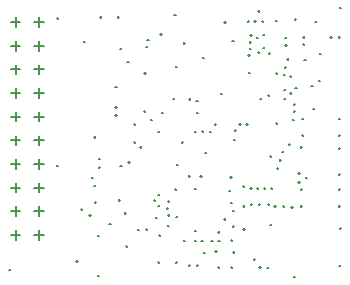
<source format=gbr>
%TF.GenerationSoftware,Altium Limited,Altium Designer,24.3.1 (35)*%
G04 Layer_Color=128*
%FSLAX45Y45*%
%MOMM*%
%TF.SameCoordinates,49A6F1C3-9DA9-4727-8ECF-3BB51FF8743F*%
%TF.FilePolarity,Positive*%
%TF.FileFunction,Drillmap*%
%TF.Part,Single*%
G01*
G75*
%TA.AperFunction,NonConductor*%
%ADD131C,0.12700*%
D131*
X140000Y2326000D02*
X220000D01*
X180000Y2286000D02*
Y2366000D01*
X140000Y2126000D02*
X220000D01*
X180000Y2086000D02*
Y2166000D01*
X140000Y1926000D02*
X220000D01*
X180000Y1886000D02*
Y1966000D01*
X140000Y1726000D02*
X220000D01*
X180000Y1686000D02*
Y1766000D01*
X140000Y1526000D02*
X220000D01*
X180000Y1486000D02*
Y1566000D01*
X140000Y1326000D02*
X220000D01*
X180000Y1286000D02*
Y1366000D01*
X140000Y1126000D02*
X220000D01*
X180000Y1086000D02*
Y1166000D01*
X340000Y2326000D02*
X420000D01*
X380000Y2286000D02*
Y2366000D01*
X340000Y2126000D02*
X420000D01*
X380000Y2086000D02*
Y2166000D01*
X340000Y1926000D02*
X420000D01*
X380000Y1886000D02*
Y1966000D01*
X340000Y1726000D02*
X420000D01*
X380000Y1686000D02*
Y1766000D01*
X340000Y1526000D02*
X420000D01*
X380000Y1486000D02*
Y1566000D01*
X340000Y1326000D02*
X420000D01*
X380000Y1286000D02*
Y1366000D01*
X340000Y1126000D02*
X420000D01*
X380000Y1086000D02*
Y1166000D01*
X140000Y926000D02*
X220000D01*
X180000Y886000D02*
Y966000D01*
X140000Y726000D02*
X220000D01*
X180000Y686000D02*
Y766000D01*
X340000Y926000D02*
X420000D01*
X380000Y886000D02*
Y966000D01*
X340000Y726000D02*
X420000D01*
X380000Y686000D02*
Y766000D01*
X140000Y526000D02*
X220000D01*
X180000Y486000D02*
Y566000D01*
X340000Y526000D02*
X420000D01*
X380000Y486000D02*
Y566000D01*
X1525000Y2390000D02*
X1535000D01*
X1530000Y2385000D02*
Y2395000D01*
X2525000Y1500000D02*
X2535000D01*
X2530000Y1495000D02*
Y1505000D01*
X1999367Y1012374D02*
X2009367D01*
X2004367Y1007374D02*
Y1017374D01*
X1529895Y910710D02*
X1539895D01*
X1534895Y905710D02*
Y915710D01*
X1945052Y660052D02*
X1955052D01*
X1950052Y655052D02*
Y665052D01*
X1695000Y917500D02*
X1705000D01*
X1700000Y912500D02*
Y922500D01*
X1895000Y550000D02*
X1905000D01*
X1900000Y545000D02*
Y555000D01*
X2915000Y910000D02*
X2925000D01*
X2920000Y905000D02*
Y915000D01*
X2915000Y770000D02*
X2925000D01*
X2920000Y765000D02*
Y775000D01*
X2595000Y770000D02*
X2605000D01*
X2600000Y765000D02*
Y775000D01*
X2595000Y910000D02*
X2605000D01*
X2600000Y905000D02*
Y915000D01*
X2605000Y1370000D02*
X2615000D01*
X2610000Y1365000D02*
Y1375000D01*
X2605000Y1510000D02*
X2615000D01*
X2610000Y1505000D02*
Y1515000D01*
X2915000Y1510000D02*
X2925000D01*
X2920000Y1505000D02*
Y1515000D01*
X2915000Y1370000D02*
X2925000D01*
X2920000Y1365000D02*
Y1375000D01*
X2105745Y935374D02*
X2115745D01*
X2110745Y930374D02*
Y940374D01*
X2167923Y921919D02*
X2177923D01*
X2172923Y916919D02*
Y926919D01*
X2316965Y784435D02*
X2326965D01*
X2321965Y779435D02*
Y789435D01*
X2335000Y610000D02*
X2345000D01*
X2340000Y605000D02*
Y615000D01*
X2283739Y918354D02*
X2293739D01*
X2288739Y913354D02*
Y923354D01*
X2225000Y918354D02*
X2235000D01*
X2230000Y913354D02*
Y923354D01*
X2237319Y783563D02*
X2247319D01*
X2242319Y778563D02*
Y788563D01*
X2172139Y784086D02*
X2182139D01*
X2177139Y779086D02*
Y789086D01*
X2345000Y920000D02*
X2355000D01*
X2350000Y915000D02*
Y925000D01*
X1540544Y678085D02*
X1550544D01*
X1545544Y673085D02*
Y683085D01*
X1695000Y560000D02*
X1705000D01*
X1700000Y555000D02*
Y565000D01*
X2918572Y265363D02*
X2928572D01*
X2923572Y260363D02*
Y270363D01*
X2535000Y170000D02*
X2545000D01*
X2540000Y165000D02*
Y175000D01*
X2925000Y580000D02*
X2935000D01*
X2930000Y575000D02*
Y585000D01*
X2925000Y2450000D02*
X2935000D01*
X2930000Y2445000D02*
Y2455000D01*
X2035000Y1410000D02*
X2045000D01*
X2040000Y1405000D02*
Y1415000D01*
X2075000Y1460000D02*
X2085000D01*
X2080000Y1455000D02*
Y1465000D01*
X875000Y180000D02*
X885000D01*
X880000Y175000D02*
Y185000D01*
X125000Y230000D02*
X135000D01*
X130000Y225000D02*
Y235000D01*
X2575000Y1050000D02*
X2585000D01*
X2580000Y1045000D02*
Y1055000D01*
X2415000Y1160000D02*
X2425000D01*
X2420000Y1155000D02*
Y1165000D01*
X2435000Y1230000D02*
X2445000D01*
X2440000Y1225000D02*
Y1235000D01*
X2595000Y1270000D02*
X2605000D01*
X2600000Y1265000D02*
Y1275000D01*
X2915000Y1260000D02*
X2925000D01*
X2920000Y1255000D02*
Y1265000D01*
X2915000Y1040000D02*
X2925000D01*
X2920000Y1035000D02*
Y1045000D01*
X2635000Y1010000D02*
X2645000D01*
X2640000Y1005000D02*
Y1015000D01*
X2575000Y970000D02*
X2585000D01*
X2580000Y965000D02*
Y975000D01*
X2515000Y760000D02*
X2525000D01*
X2520000Y755000D02*
Y765000D01*
X2443491Y768052D02*
X2453491D01*
X2448491Y763052D02*
Y773052D01*
X2371166Y766832D02*
X2381166D01*
X2376166Y761832D02*
Y771832D01*
X2002012Y798218D02*
X2012012D01*
X2007012Y793218D02*
Y803218D01*
X1045000Y2370000D02*
X1055000D01*
X1050000Y2365000D02*
Y2375000D01*
X1865000Y1460000D02*
X1875000D01*
X1870000Y1455000D02*
Y1465000D01*
X1825000Y1400000D02*
X1835000D01*
X1830000Y1395000D02*
Y1405000D01*
X1760237Y1400931D02*
X1770237D01*
X1765237Y1395931D02*
Y1405931D01*
X1695000Y1400000D02*
X1705000D01*
X1700000Y1395000D02*
Y1405000D01*
X1025489Y1607165D02*
X1035489D01*
X1030489Y1602165D02*
Y1612165D01*
X1024485Y1539926D02*
X1034485D01*
X1029485Y1534926D02*
Y1544926D01*
X1025000Y1780000D02*
X1035000D01*
X1030000Y1775000D02*
Y1785000D01*
X1270452Y1894259D02*
X1280452D01*
X1275452Y1889259D02*
Y1899259D01*
X1267521Y1571293D02*
X1277521D01*
X1272521Y1566293D02*
Y1576293D01*
X1325000Y1500000D02*
X1335000D01*
X1330000Y1495000D02*
Y1505000D01*
X1418747Y1558984D02*
X1428747D01*
X1423747Y1553984D02*
Y1563984D01*
X1185000Y1460000D02*
X1195000D01*
X1190000Y1455000D02*
Y1465000D01*
X1470515Y693296D02*
X1480515D01*
X1475515Y688296D02*
Y698296D01*
X1460976Y749999D02*
X1470976D01*
X1465976Y744999D02*
Y754999D01*
X1472500Y808826D02*
X1482500D01*
X1477500Y803826D02*
Y813826D01*
X2386415Y1893559D02*
X2396415D01*
X2391415Y1888559D02*
Y1898559D01*
X1872104Y384739D02*
X1882104D01*
X1877104Y379739D02*
Y389739D01*
X2025633Y1329628D02*
X2035633D01*
X2030633Y1324628D02*
Y1334628D01*
X2015000Y2170000D02*
X2025000D01*
X2020000Y2165000D02*
Y2175000D01*
X2505092Y1867094D02*
X2515092D01*
X2510092Y1862094D02*
Y1872094D01*
X1105000Y710000D02*
X1115000D01*
X1110000Y705000D02*
Y715000D01*
X1215000Y570000D02*
X1225000D01*
X1220000Y565000D02*
Y575000D01*
X1115000Y430000D02*
X1125000D01*
X1120000Y425000D02*
Y435000D01*
X1535000Y1950000D02*
X1545000D01*
X1540000Y1945000D02*
Y1955000D01*
X1605000Y2150000D02*
X1615000D01*
X1610000Y2145000D02*
Y2155000D01*
X885000Y1170000D02*
X895000D01*
X890000Y1165000D02*
Y1175000D01*
X845052Y940052D02*
X855052D01*
X850052Y935052D02*
Y945052D01*
X974948Y619948D02*
X984948D01*
X979948Y614948D02*
Y624948D01*
X1054292Y820000D02*
X1064292D01*
X1059292Y815000D02*
Y825000D01*
X850802Y802828D02*
X860802D01*
X855802Y797828D02*
Y807828D01*
X882407Y1096933D02*
X892407D01*
X887407Y1091933D02*
Y1101933D01*
X695000Y300000D02*
X705000D01*
X700000Y295000D02*
Y305000D01*
X1515000Y1680000D02*
X1525000D01*
X1520000Y1675000D02*
Y1685000D01*
X1185000Y1310000D02*
X1195000D01*
X1190000Y1305000D02*
Y1315000D01*
X1385000Y1400000D02*
X1395000D01*
X1390000Y1395000D02*
Y1405000D01*
X1235000Y1270000D02*
X1245000D01*
X1240000Y1265000D02*
Y1275000D01*
X1715000Y1560000D02*
X1725000D01*
X1720000Y1555000D02*
Y1565000D01*
X1711235Y1660834D02*
X1721235D01*
X1716235Y1655834D02*
Y1665834D01*
X805000Y690000D02*
X815000D01*
X810000Y685000D02*
Y695000D01*
X2335000Y1190000D02*
X2345000D01*
X2340000Y1185000D02*
Y1195000D01*
X2535000Y1570000D02*
X2545000D01*
X2540000Y1565000D02*
Y1575000D01*
X1987500Y899999D02*
X1997500D01*
X1992500Y894999D02*
Y904999D01*
X2395000Y1090000D02*
X2405000D01*
X2400000Y1085000D02*
Y1095000D01*
X2493576Y1291824D02*
X2503576D01*
X2498576Y1286824D02*
Y1296824D01*
X1064175Y2102286D02*
X1074175D01*
X1069175Y2097286D02*
Y2107286D01*
X1296277Y2176383D02*
X1306277D01*
X1301277Y2171383D02*
Y2181383D01*
X1285000Y2120000D02*
X1295000D01*
X1290000Y2115000D02*
Y2125000D01*
X532566Y2360811D02*
X542566D01*
X537566Y2355811D02*
Y2365811D01*
X1067500Y1110000D02*
X1077500D01*
X1072500Y1105000D02*
Y1115000D01*
X1135000Y1140000D02*
X1145000D01*
X1140000Y1135000D02*
Y1145000D01*
X529822Y1110902D02*
X539822D01*
X534822Y1105902D02*
Y1115902D01*
X1895000Y250000D02*
X1905000D01*
X1900000Y245000D02*
Y255000D01*
X2005000Y250000D02*
X2015000D01*
X2010000Y245000D02*
Y255000D01*
X2195000Y320000D02*
X2205000D01*
X2200000Y315000D02*
Y325000D01*
X2105236Y769224D02*
X2115236D01*
X2110236Y764224D02*
Y774224D01*
X2019376Y729386D02*
X2029376D01*
X2024376Y724386D02*
Y734386D01*
X1785000Y1220000D02*
X1795000D01*
X1790000Y1215000D02*
Y1225000D01*
X2385000Y1470000D02*
X2395000D01*
X2390000Y1465000D02*
Y1475000D01*
X825000Y1010000D02*
X835000D01*
X830000Y1005000D02*
Y1015000D01*
X845000Y1354174D02*
X855000D01*
X850000Y1349174D02*
Y1359174D01*
X1585087Y1309539D02*
X1595087D01*
X1590087Y1304539D02*
Y1314539D01*
X1385528Y866449D02*
X1395528D01*
X1390528Y861449D02*
Y871449D01*
X1387258Y772505D02*
X1397258D01*
X1392258Y767505D02*
Y777505D01*
X1352061Y817974D02*
X1362061D01*
X1357061Y812974D02*
Y822974D01*
X2700000Y1595000D02*
X2710000D01*
X2705000Y1590000D02*
Y1600000D01*
X2535000Y1630000D02*
X2545000D01*
X2540000Y1625000D02*
Y1635000D01*
X2249793Y1679804D02*
X2259793D01*
X2254793Y1674804D02*
Y1684804D01*
X2455000Y1680000D02*
X2465000D01*
X2460000Y1675000D02*
Y1685000D01*
X2685000Y1790000D02*
X2695000D01*
X2690000Y1785000D02*
Y1795000D01*
X2245000Y250000D02*
X2255000D01*
X2250000Y245000D02*
Y255000D01*
X2310778Y248100D02*
X2320778D01*
X2315778Y243100D02*
Y253100D01*
X1385000Y294739D02*
X1395000D01*
X1390000Y289739D02*
Y299739D01*
X1535000Y294739D02*
X1545000D01*
X1540000Y289739D02*
Y299739D01*
X1645000Y267238D02*
X1655000D01*
X1650000Y262238D02*
Y272238D01*
X1715000Y267238D02*
X1725000D01*
X1720000Y262238D02*
Y272238D01*
X2745000Y1830000D02*
X2755000D01*
X2750000Y1825000D02*
Y1835000D01*
X2755000Y2060000D02*
X2765000D01*
X2760000Y2055000D02*
Y2065000D01*
X2845000Y2200000D02*
X2855000D01*
X2850000Y2195000D02*
Y2205000D01*
X2915000Y2200000D02*
X2925000D01*
X2920000Y2195000D02*
Y2205000D01*
X2715000Y2330000D02*
X2725000D01*
X2720000Y2325000D02*
Y2335000D01*
X1545000Y1120000D02*
X1555000D01*
X1550000Y1115000D02*
Y1125000D01*
X1838282Y477499D02*
X1848282D01*
X1843282Y472499D02*
Y482499D01*
X1286786Y572374D02*
X1296786D01*
X1291786Y567374D02*
Y577374D01*
X1365000Y670000D02*
X1375000D01*
X1370000Y665000D02*
Y675000D01*
X1646592Y1024557D02*
X1656592D01*
X1651592Y1019557D02*
Y1029557D01*
X2017500Y597934D02*
X2027500D01*
X2022500Y592934D02*
Y602934D01*
X2005000Y480000D02*
X2015000D01*
X2010000Y475000D02*
Y485000D01*
X2109252Y573930D02*
X2119252D01*
X2114252Y568930D02*
Y578930D01*
X1772989Y375811D02*
X1782989D01*
X1777989Y370811D02*
Y380811D01*
X1605000Y477499D02*
X1615000D01*
X1610000Y472499D02*
Y482499D01*
X1649424Y1676418D02*
X1659424D01*
X1654424Y1671418D02*
Y1681418D01*
X1126500Y1992112D02*
X1136500D01*
X1131500Y1987112D02*
Y1997112D01*
X895000Y2370000D02*
X905000D01*
X900000Y2365000D02*
Y2375000D01*
X1469093Y604701D02*
X1479093D01*
X1474093Y599701D02*
Y609701D01*
X875000Y520000D02*
X885000D01*
X880000Y515000D02*
Y525000D01*
X1405565Y2223843D02*
X1415565D01*
X1410565Y2218843D02*
Y2228843D01*
X2020002Y379999D02*
X2030002D01*
X2025002Y375000D02*
Y384999D01*
X2317971Y1708393D02*
X2327971D01*
X2322971Y1703393D02*
Y1713393D01*
X2380852Y2338619D02*
X2390852D01*
X2385852Y2333619D02*
Y2343619D01*
X2154948Y1900052D02*
X2164948D01*
X2159948Y1895052D02*
Y1905052D01*
X2324377Y2062656D02*
X2334377D01*
X2329377Y2057656D02*
Y2067656D01*
X2276887Y2109328D02*
X2286887D01*
X2281887Y2104328D02*
Y2114327D01*
X2234172Y2070836D02*
X2244172D01*
X2239172Y2065836D02*
Y2075836D01*
X2276058Y2218565D02*
X2286058D01*
X2281058Y2213565D02*
Y2223565D01*
X2222823Y2194478D02*
X2232823D01*
X2227823Y2189478D02*
Y2199478D01*
X2168831Y2214999D02*
X2178831D01*
X2173831Y2209999D02*
Y2219999D01*
X2454498Y1756062D02*
X2464498D01*
X2459498Y1751062D02*
Y1761062D01*
X2449454Y1883076D02*
X2459454D01*
X2454454Y1878076D02*
Y1888076D01*
X2459899Y1945597D02*
X2469899D01*
X2464899Y1940597D02*
Y1950597D01*
X2479288Y2014321D02*
X2489288D01*
X2484288Y2009321D02*
Y2019321D01*
X1915000Y1720000D02*
X1925000D01*
X1920000Y1715000D02*
Y1725000D01*
X2548760Y1772201D02*
X2558760D01*
X2553760Y1767201D02*
Y1777201D01*
X2232383Y2420539D02*
X2242383D01*
X2237383Y2415539D02*
Y2425539D01*
X2145233Y2332155D02*
X2155233D01*
X2150233Y2327155D02*
Y2337155D01*
X2202680Y2334641D02*
X2212680D01*
X2207680Y2329641D02*
Y2339641D01*
X2160933Y2158044D02*
X2170933D01*
X2165933Y2153044D02*
Y2163044D01*
X2162062Y2100555D02*
X2172062D01*
X2167062Y2095555D02*
Y2105555D01*
X2268047Y2333828D02*
X2278046D01*
X2273047Y2328828D02*
Y2338828D01*
X2134948Y1460052D02*
X2144948D01*
X2139948Y1455052D02*
Y1465052D01*
X1695795Y475218D02*
X1705795D01*
X1700795Y470218D02*
Y480218D01*
X1753282Y476434D02*
X1763282D01*
X1758282Y471434D02*
Y481434D01*
X1745308Y1023589D02*
X1755308D01*
X1750308Y1018589D02*
Y1028589D01*
X2542500Y2350000D02*
X2552500D01*
X2547500Y2345000D02*
Y2355000D01*
X756529Y2160291D02*
X766529D01*
X761529Y2155291D02*
Y2165291D01*
X1393915Y521316D02*
X1403915D01*
X1398915Y516316D02*
Y526316D01*
X735000Y741698D02*
X745000D01*
X740000Y736698D02*
Y746698D01*
X1765000Y2024782D02*
X1775000D01*
X1770000Y2019782D02*
Y2029782D01*
X2615000Y2200000D02*
X2625000D01*
X2620000Y2195000D02*
Y2205000D01*
X2615000Y2140000D02*
X2625000D01*
X2620000Y2135000D02*
Y2145000D01*
X2625000Y2010000D02*
X2635000D01*
X2630000Y2005000D02*
Y2015000D01*
X2150597Y2044210D02*
X2160597D01*
X2155597Y2039210D02*
Y2049210D01*
X1897065Y477499D02*
X1907065D01*
X1902065Y472499D02*
Y482499D01*
X2505215Y1727264D02*
X2515215D01*
X2510215Y1722264D02*
Y1732264D01*
X1947558Y2325000D02*
X1957558D01*
X1952558Y2320000D02*
Y2330000D01*
X2463052Y2193554D02*
X2473052D01*
X2468052Y2188554D02*
Y2198554D01*
X2465000Y2130000D02*
X2475000D01*
X2470000Y2125000D02*
Y2135000D01*
%TF.MD5,ae8262339023e6b427de4757336c055f*%
M02*

</source>
